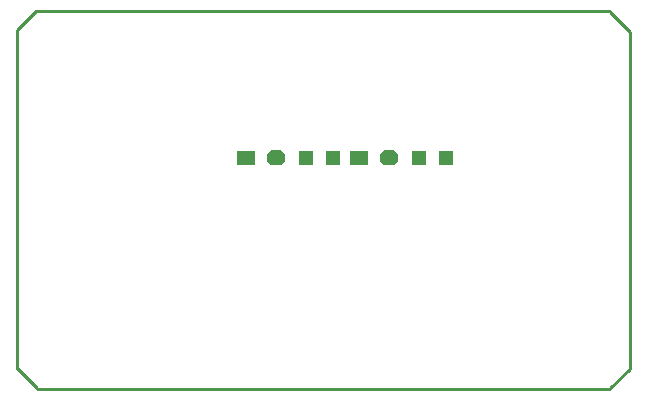
<source format=gtp>
G04*
G04 #@! TF.GenerationSoftware,Altium Limited,Altium Designer,20.0.10 (225)*
G04*
G04 Layer_Color=8421504*
%FSLAX24Y24*%
%MOIN*%
G70*
G01*
G75*
%ADD11C,0.0100*%
G04:AMPARAMS|DCode=14|XSize=60mil|YSize=50mil|CornerRadius=0mil|HoleSize=0mil|Usage=FLASHONLY|Rotation=0.000|XOffset=0mil|YOffset=0mil|HoleType=Round|Shape=Octagon|*
%AMOCTAGOND14*
4,1,8,0.0300,-0.0125,0.0300,0.0125,0.0175,0.0250,-0.0175,0.0250,-0.0300,0.0125,-0.0300,-0.0125,-0.0175,-0.0250,0.0175,-0.0250,0.0300,-0.0125,0.0*
%
%ADD14OCTAGOND14*%

%ADD15R,0.0600X0.0500*%
%ADD16R,0.0500X0.0500*%
D11*
X19050Y10525D02*
Y21800D01*
X19700Y22450D02*
X38808Y22450D01*
X19725Y9850D02*
X38825Y9850D01*
X39500Y10525D02*
Y21750D01*
X38808Y22450D02*
X38825Y22433D01*
Y22425D02*
X39500Y21750D01*
X38825Y9875D02*
X39475Y10525D01*
X19075D02*
X19725Y9875D01*
X19050Y21800D02*
X19700Y22450D01*
X19900D01*
X19700D02*
X19750D01*
D14*
X27700Y17550D02*
D03*
X31450D02*
D03*
D15*
X26700D02*
D03*
X30450D02*
D03*
D16*
X29600D02*
D03*
X28700D02*
D03*
X33350D02*
D03*
X32450D02*
D03*
M02*

</source>
